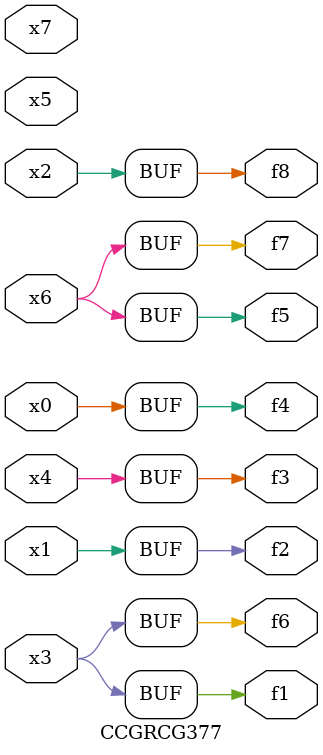
<source format=v>
module CCGRCG377(
	input x0, x1, x2, x3, x4, x5, x6, x7,
	output f1, f2, f3, f4, f5, f6, f7, f8
);
	assign f1 = x3;
	assign f2 = x1;
	assign f3 = x4;
	assign f4 = x0;
	assign f5 = x6;
	assign f6 = x3;
	assign f7 = x6;
	assign f8 = x2;
endmodule

</source>
